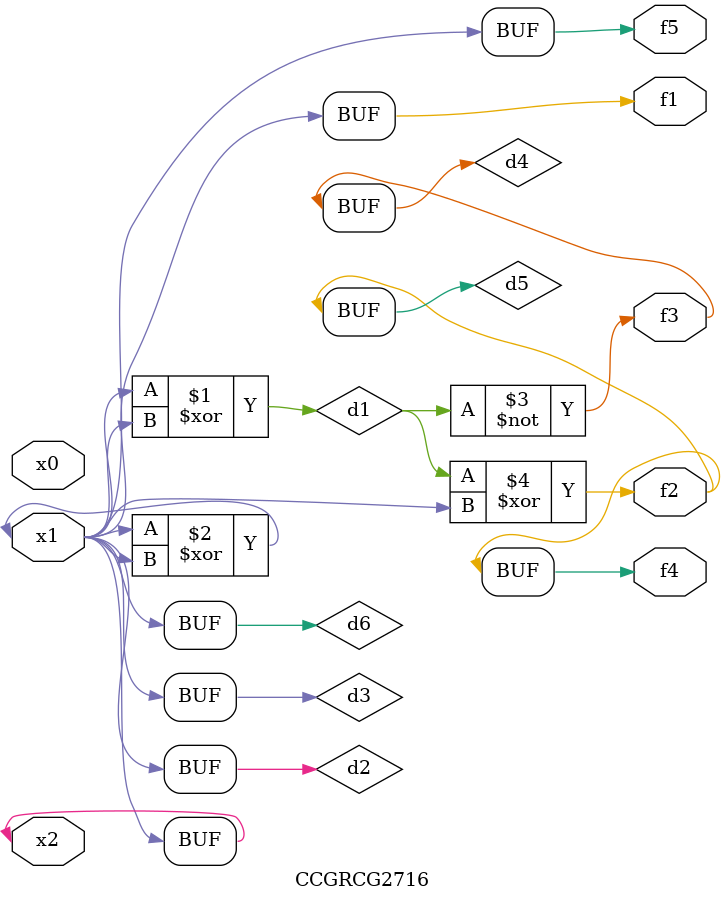
<source format=v>
module CCGRCG2716(
	input x0, x1, x2,
	output f1, f2, f3, f4, f5
);

	wire d1, d2, d3, d4, d5, d6;

	xor (d1, x1, x2);
	buf (d2, x1, x2);
	xor (d3, x1, x2);
	nor (d4, d1);
	xor (d5, d1, d2);
	buf (d6, d2, d3);
	assign f1 = d6;
	assign f2 = d5;
	assign f3 = d4;
	assign f4 = d5;
	assign f5 = d6;
endmodule

</source>
